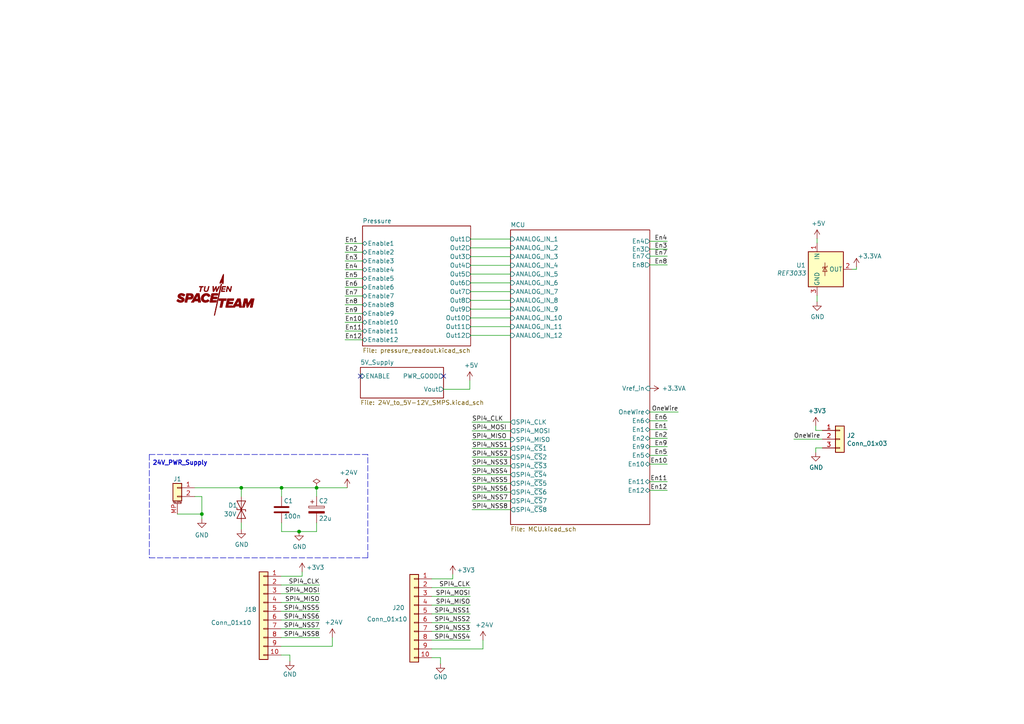
<source format=kicad_sch>
(kicad_sch (version 20211123) (generator eeschema)
  (paper "A4")
  (title_block (title "IOB V3") (date "2022-11-19") (company "TUST") (comment 1 "Nathan Runggaldier"))
  (lib_symbols
    (symbol "Connector_Generic:Conn_01x03" (pin_names (offset 1.016) hide)
      (property "Reference" "J" (at 0 5.08 0))
      (property "Value" "Conn_01x03" (at 0 -5.08 0))
      (symbol "Conn_01x03_1_1"
        (rectangle (start -1.27 -2.413) (end 0 -2.667) (stroke (width 0.1524)))
        (rectangle (start -1.27 0.127) (end 0 -0.127) (stroke (width 0.1524)))
        (rectangle (start -1.27 2.667) (end 0 2.413) (stroke (width 0.1524)))
        (rectangle (start -1.27 3.81) (end 1.27 -3.81) (stroke (width 0.254)) (fill (type background)))
        (pin passive line (at -5.08 2.54 0) (length 3.81) (name "Pin_1") (number "1"))
        (pin passive line (at -5.08 0 0) (length 3.81) (name "Pin_2") (number "2"))
        (pin passive line (at -5.08 -2.54 0) (length 3.81) (name "Pin_3") (number "3"))
      )
    )
    (symbol "Connector_Generic:Conn_01x10" (pin_names (offset 1.016) hide)
      (property "Reference" "J" (at 0 12.7 0))
      (property "Value" "Conn_01x10" (at 0 -15.24 0))
      (symbol "Conn_01x10_1_1"
        (rectangle (start -1.27 -12.573) (end 0 -12.827) (stroke (width 0.1524)))
        (rectangle (start -1.27 -10.033) (end 0 -10.287) (stroke (width 0.1524)))
        (rectangle (start -1.27 -7.493) (end 0 -7.747) (stroke (width 0.1524)))
        (rectangle (start -1.27 -4.953) (end 0 -5.207) (stroke (width 0.1524)))
        (rectangle (start -1.27 -2.413) (end 0 -2.667) (stroke (width 0.1524)))
        (rectangle (start -1.27 0.127) (end 0 -0.127) (stroke (width 0.1524)))
        (rectangle (start -1.27 2.667) (end 0 2.413) (stroke (width 0.1524)))
        (rectangle (start -1.27 5.207) (end 0 4.953) (stroke (width 0.1524)))
        (rectangle (start -1.27 7.747) (end 0 7.493) (stroke (width 0.1524)))
        (rectangle (start -1.27 10.287) (end 0 10.033) (stroke (width 0.1524)))
        (rectangle (start -1.27 11.43) (end 1.27 -13.97) (stroke (width 0.254)) (fill (type background)))
        (pin passive line (at -5.08 10.16 0) (length 3.81) (name "Pin_1") (number "1"))
        (pin passive line (at -5.08 -12.7 0) (length 3.81) (name "Pin_10") (number "10"))
        (pin passive line (at -5.08 7.62 0) (length 3.81) (name "Pin_2") (number "2"))
        (pin passive line (at -5.08 5.08 0) (length 3.81) (name "Pin_3") (number "3"))
        (pin passive line (at -5.08 2.54 0) (length 3.81) (name "Pin_4") (number "4"))
        (pin passive line (at -5.08 0 0) (length 3.81) (name "Pin_5") (number "5"))
        (pin passive line (at -5.08 -2.54 0) (length 3.81) (name "Pin_6") (number "6"))
        (pin passive line (at -5.08 -5.08 0) (length 3.81) (name "Pin_7") (number "7"))
        (pin passive line (at -5.08 -7.62 0) (length 3.81) (name "Pin_8") (number "8"))
        (pin passive line (at -5.08 -10.16 0) (length 3.81) (name "Pin_9") (number "9"))
      )
    )
    (symbol "Connector_Generic_MountingPin:Conn_01x02_MountingPin" (pin_names (offset 1.016) hide)
      (property "Reference" "J" (at 0 2.54 0))
      (property "Value" "Conn_01x02_MountingPin" (at 1.27 -5.08 0))
      (symbol "Conn_01x02_MountingPin_1_1"
        (rectangle (start -1.27 -2.413) (end 0 -2.667) (stroke (width 0.1524)))
        (rectangle (start -1.27 0.127) (end 0 -0.127) (stroke (width 0.1524)))
        (rectangle (start -1.27 1.27) (end 1.27 -3.81) (stroke (width 0.254)) (fill (type background)))
        (polyline (pts (xy -1.016 -4.572) (xy 1.016 -4.572)) (stroke (width 0.1524)))
        (text "Mounting" (at 0 -4.191 0) (effects (font (size 0.381 0.381))))
        (pin passive line (at -5.08 0 0) (length 3.81) (name "Pin_1") (number "1"))
        (pin passive line (at -5.08 -2.54 0) (length 3.81) (name "Pin_2") (number "2"))
        (pin passive line (at 0 -7.62 90) (length 3.048) (name "MountPin") (number "MP"))
      )
    )
    (symbol "Device:C" (pin_numbers hide) (pin_names (offset 0.254))
      (property "Reference" "C" (at 0.635 2.54 0))
      (property "Value" "C" (at 0.635 -2.54 0))
      (symbol "C_0_1"
        (polyline (pts (xy -2.032 -0.762) (xy 2.032 -0.762)) (stroke (width 0.508)))
        (polyline (pts (xy -2.032 0.762) (xy 2.032 0.762)) (stroke (width 0.508)))
      )
      (symbol "C_1_1"
        (pin passive line (at 0 3.81 270) (length 2.794) (name "~") (number "1"))
        (pin passive line (at 0 -3.81 90) (length 2.794) (name "~") (number "2"))
      )
    )
    (symbol "Device:CP" (pin_numbers hide) (pin_names (offset 0.254))
      (property "Reference" "C" (at 0.635 2.54 0))
      (property "Value" "CP" (at 0.635 -2.54 0))
      (symbol "CP_0_1"
        (rectangle (start -2.286 0.508) (end 2.286 1.016))
        (polyline (pts (xy -1.778 2.286) (xy -0.762 2.286)))
        (polyline (pts (xy -1.27 2.794) (xy -1.27 1.778)))
        (rectangle (start 2.286 -0.508) (end -2.286 -1.016) (fill (type outline)))
      )
      (symbol "CP_1_1"
        (pin passive line (at 0 3.81 270) (length 2.794) (name "~") (number "1"))
        (pin passive line (at 0 -3.81 90) (length 2.794) (name "~") (number "2"))
      )
    )
    (symbol "Device:D_TVS" (pin_numbers hide) (pin_names (offset 1.016) hide)
      (property "Reference" "D" (at 0 2.54 0))
      (property "Value" "D_TVS" (at 0 -2.54 0))
      (symbol "D_TVS_0_1"
        (polyline (pts (xy 1.27 0) (xy -1.27 0)))
        (polyline (pts (xy -2.54 -1.27) (xy 0 0) (xy -2.54 1.27) (xy -2.54 -1.27)) (stroke (width 0.2032)))
        (polyline (pts (xy 0.508 1.27) (xy 0 1.27) (xy 0 -1.27) (xy -0.508 -1.27)) (stroke (width 0.2032)))
        (polyline (pts (xy 2.54 1.27) (xy 2.54 -1.27) (xy 0 0) (xy 2.54 1.27)) (stroke (width 0.2032)))
      )
      (symbol "D_TVS_1_1"
        (pin passive line (at -3.81 0 0) (length 2.54) (name "A1") (number "1"))
        (pin passive line (at 3.81 0 180) (length 2.54) (name "A2") (number "2"))
      )
    )
    (symbol "Reference_Voltage:REF3033" (pin_names (offset 0.254))
      (property "Reference" "U" (at 0 6.35 0))
      (property "Value" "REF3033" (at 2.54 -6.35 0))
      (symbol "REF3033_0_1"
        (rectangle (start -5.08 5.08) (end 5.08 -5.08) (stroke (width 0.254)) (fill (type background)))
        (polyline (pts (xy -0.254 1.905) (xy -0.254 -1.905)))
        (polyline (pts (xy -0.889 -0.635) (xy 0.381 -0.635) (xy -0.254 0.635) (xy -0.889 -0.635)))
        (polyline (pts (xy 0.381 1.016) (xy 0.381 0.635) (xy -0.889 0.635) (xy -0.889 0.254)))
      )
      (symbol "REF3033_1_1"
        (pin power_in line (at -2.54 7.62 270) (length 2.54) (name "IN") (number "1"))
        (pin power_out line (at 7.62 0 180) (length 2.54) (name "OUT") (number "2"))
        (pin power_in line (at -2.54 -7.62 90) (length 2.54) (name "GND") (number "3"))
      )
    )
    (symbol "TXV_Library_Symbols:SpaceTeam_LOGO" (pin_names (offset 1.016))
      (symbol "SpaceTeam_LOGO_0_0"
        (polyline (pts (xy -4.2672 0.889) (xy -4.191 1.1176) (xy -4.1656 1.3208) (xy -4.1656 1.3462) (xy -4.0894 1.6256) (xy -4.0386 1.8542) (xy -4.0132 2.0066) (xy -3.9624 2.0828) (xy -3.937 2.1336) (xy -3.8862 2.159) (xy -3.81 2.1844) (xy -3.6068 2.1844) (xy -3.5306 2.2098) (xy -3.4798 2.2606) (xy -3.4798 2.3368) (xy -3.4544 2.4638) (xy -4.064 2.4384) (xy -4.6736 2.4384) (xy -4.699 2.3114) (xy -4.699 2.2352) (xy -4.6736 2.1844) (xy -4.2672 2.1844) (xy -4.3942 1.5748) (xy -4.3942 1.5494) (xy -4.445 1.3208) (xy -4.4958 1.143) (xy -4.5212 0.9906) (xy -4.5212 0.9144) (xy -4.4958 0.8636) (xy -4.3942 0.8382) (xy -4.2926 0.8382) (xy -4.2672 0.889)) (stroke (width 0.0254)) (fill (type outline)))
        (polyline (pts (xy 2.7178 1.1176) (xy 2.0574 1.1176) (xy 2.0066 1.1684) (xy 2.0066 1.3716) (xy 2.0574 1.524) (xy 2.794 1.524) (xy 2.8448 1.5494) (xy 2.8702 1.6002) (xy 2.8702 1.7018) (xy 2.8448 1.7272) (xy 2.794 1.7526) (xy 2.1082 1.7526) (xy 2.1336 1.905) (xy 2.159 2.032) (xy 2.1844 2.1082) (xy 2.1844 2.1336) (xy 2.2606 2.159) (xy 2.3876 2.159) (xy 2.5908 2.1844) (xy 2.9718 2.1844) (xy 2.9972 2.2098) (xy 3.0226 2.2606) (xy 3.0226 2.3368) (xy 3.048 2.3876) (xy 2.9972 2.4384) (xy 1.9558 2.4384) (xy 1.8034 1.7526) (xy 1.7272 1.3716) (xy 1.7018 1.1684) (xy 1.6256 0.9398) (xy 1.6256 0.889) (xy 1.6764 0.8382) (xy 2.7178 0.8382) (xy 2.7178 1.1176)) (stroke (width 0.0254)) (fill (type outline)))
        (polyline (pts (xy 2.2352 3.0988) (xy 2.286 3.2258) (xy 2.3368 3.429) (xy 2.3622 3.7084) (xy 2.3622 4.5212) (xy 2.3876 4.826) (xy 2.413 5.08) (xy 2.413 5.207) (xy 2.4384 5.4864) (xy 2.4384 5.6896) (xy 2.413 5.8674) (xy 2.3876 5.969) (xy 2.3368 5.9944) (xy 2.3114 5.969) (xy 2.159 5.7404) (xy 2.0828 5.5372) (xy 1.9812 5.334) (xy 1.905 5.1308) (xy 1.8542 4.9276) (xy 1.8288 4.9022) (xy 1.778 4.699) (xy 1.5748 4.2926) (xy 1.4732 4.1148) (xy 1.397 3.9116) (xy 1.3208 3.7338) (xy 1.27 3.5306) (xy 1.2446 3.3782) (xy 1.2446 3.2766) (xy 1.2954 3.2258) (xy 1.4478 3.302) (xy 1.5748 3.3782) (xy 1.778 3.4798) (xy 1.8034 3.5052) (xy 1.905 3.4036) (xy 1.9812 3.2766) (xy 2.0574 3.175) (xy 2.1336 3.0988) (xy 2.1844 3.0734) (xy 2.2352 3.0988)) (stroke (width 0.0254)) (fill (type outline)))
        (polyline (pts (xy 1.905 -3.7084) (xy 1.9558 -3.683) (xy 1.9812 -3.5814) (xy 2.0066 -3.429) (xy 2.0574 -3.2258) (xy 2.1082 -2.9718) (xy 2.1844 -2.6924) (xy 2.3876 -1.7526) (xy 2.9972 -1.7526) (xy 3.0734 -1.7272) (xy 3.1242 -1.6256) (xy 3.1496 -1.4986) (xy 3.2004 -1.3462) (xy 3.2004 -1.3208) (xy 3.2258 -1.1938) (xy 3.2258 -1.143) (xy 3.1242 -1.1176) (xy 1.0668 -1.1176) (xy 1.016 -1.3716) (xy 1.016 -1.4224) (xy 0.9906 -1.6002) (xy 0.9906 -1.6764) (xy 1.0414 -1.7272) (xy 1.143 -1.7526) (xy 1.524 -1.7526) (xy 1.6256 -1.778) (xy 1.651 -1.8034) (xy 1.651 -1.8542) (xy 1.6256 -1.9558) (xy 1.5748 -2.1082) (xy 1.4732 -2.5654) (xy 1.3716 -3.0734) (xy 1.3208 -3.302) (xy 1.2954 -3.4798) (xy 1.27 -3.6322) (xy 1.2446 -3.683) (xy 1.27 -3.7084) (xy 1.3462 -3.7338) (xy 1.778 -3.7338) (xy 1.905 -3.7084)) (stroke (width 0.0254)) (fill (type outline)))
        (polyline (pts (xy -6.1468 -2.0574) (xy -6.0198 -1.8542) (xy -5.1562 -1.8542) (xy -5.0546 -1.8796) (xy -5.0038 -1.9304) (xy -4.9784 -2.0066) (xy -4.9784 -2.2606) (xy -4.3942 -2.2606) (xy -4.2926 -2.2352) (xy -4.2418 -2.2352) (xy -4.2418 -2.159) (xy -4.2672 -2.0066) (xy -4.2926 -1.8034) (xy -4.3434 -1.5494) (xy -4.3942 -1.2446) (xy -4.445 -0.9144) (xy -4.6482 0.381) (xy -5.5118 0.381) (xy -6.1976 -0.762) (xy -6.223 -0.8128) (xy -6.4008 -1.1176) (xy -6.4516 -1.2192) (xy -5.6642 -1.2192) (xy -5.6642 -1.1938) (xy -5.5372 -0.9398) (xy -5.4356 -0.762) (xy -5.1816 -0.3048) (xy -5.1562 -0.6096) (xy -5.1308 -0.7366) (xy -5.1054 -0.9398) (xy -5.08 -1.0668) (xy -5.0546 -1.2446) (xy -5.6388 -1.2446) (xy -5.6642 -1.2192) (xy -6.4516 -1.2192) (xy -6.5532 -1.397) (xy -6.7056 -1.651) (xy -6.8326 -1.8542) (xy -6.9342 -2.0066) (xy -6.9596 -2.0828) (xy -7.0612 -2.2606) (xy -6.2484 -2.2606) (xy -6.1468 -2.0574)) (stroke (width 0.0254)) (fill (type outline)))
        (polyline (pts (xy -0.508 2.4638) (xy -0.6858 2.4384) (xy -0.8382 2.4384) (xy -0.8128 2.1844) (xy -0.8128 2.0828) (xy -0.762 1.6256) (xy -0.762 1.3716) (xy -0.7112 0.8382) (xy -0.5334 0.8382) (xy -0.4318 0.889) (xy -0.3556 0.9906) (xy -0.2794 1.1176) (xy -0.1778 1.3462) (xy 0 1.7018) (xy 0.0762 1.8034) (xy 0.1016 1.8542) (xy 0.127 1.8288) (xy 0.127 1.7272) (xy 0.1524 1.5494) (xy 0.1524 1.3462) (xy 0.1778 0.8636) (xy 0.3048 0.8382) (xy 0.4572 0.8382) (xy 0.8636 1.6256) (xy 1.0922 2.0828) (xy 1.1684 2.2606) (xy 1.2192 2.3876) (xy 1.2446 2.4384) (xy 1.016 2.4384) (xy 0.9652 2.413) (xy 0.9144 2.3622) (xy 0.7874 2.1082) (xy 0.6604 1.8796) (xy 0.381 1.3208) (xy 0.3556 1.8796) (xy 0.3302 2.1082) (xy 0.3302 2.286) (xy 0.3048 2.3876) (xy 0.2794 2.4384) (xy 0.127 2.4384) (xy 0.0762 2.3876) (xy 0.0254 2.286) (xy -0.0762 2.1082) (xy -0.2032 1.8796) (xy -0.4826 1.3462) (xy -0.4826 1.8796) (xy -0.508 2.4638)) (stroke (width 0.0254)) (fill (type outline)))
        (polyline (pts (xy -2.5146 0.8636) (xy -2.3114 0.9398) (xy -2.1844 1.0414) (xy -2.1082 1.1684) (xy -2.0828 1.2446) (xy -2.032 1.3716) (xy -1.9304 1.778) (xy -1.8796 2.0066) (xy -1.8288 2.1844) (xy -1.8034 2.3368) (xy -1.8034 2.413) (xy -1.8288 2.4384) (xy -2.0066 2.4384) (xy -2.0574 2.413) (xy -2.0828 2.3368) (xy -2.1082 2.2098) (xy -2.159 2.0066) (xy -2.2352 1.7272) (xy -2.286 1.524) (xy -2.3368 1.3716) (xy -2.3622 1.27) (xy -2.413 1.2192) (xy -2.4892 1.1684) (xy -2.5908 1.0922) (xy -2.7686 1.0668) (xy -2.921 1.1176) (xy -3.0226 1.2446) (xy -3.048 1.3208) (xy -3.048 1.4986) (xy -3.0226 1.651) (xy -2.9718 1.8796) (xy -2.9464 2.032) (xy -2.8956 2.2352) (xy -2.8702 2.3622) (xy -2.8702 2.413) (xy -2.8956 2.4384) (xy -3.1242 2.4384) (xy -3.1496 2.3876) (xy -3.175 2.2606) (xy -3.2004 2.1082) (xy -3.2512 1.8796) (xy -3.2766 1.7272) (xy -3.3274 1.4732) (xy -3.3274 1.27) (xy -3.302 1.1176) (xy -3.2258 1.016) (xy -3.1242 0.9144) (xy -2.9464 0.8636) (xy -2.7432 0.8382) (xy -2.5146 0.8636)) (stroke (width 0.0254)) (fill (type outline)))
        (polyline (pts (xy 3.3528 0.8636) (xy 3.4544 1.397) (xy 3.5052 1.6256) (xy 3.556 1.778) (xy 3.5814 1.905) (xy 3.6068 1.9304) (xy 3.6576 1.8796) (xy 3.7084 1.7526) (xy 3.9878 1.1938) (xy 4.064 1.016) (xy 4.1402 0.9144) (xy 4.191 0.8636) (xy 4.2418 0.8382) (xy 4.4196 0.8382) (xy 4.5974 1.6002) (xy 4.6228 1.8034) (xy 4.6736 2.0574) (xy 4.7244 2.2352) (xy 4.7498 2.3622) (xy 4.7498 2.413) (xy 4.7244 2.4384) (xy 4.5466 2.4384) (xy 4.4958 2.413) (xy 4.4704 2.3368) (xy 4.445 2.2098) (xy 4.3942 2.0066) (xy 4.3688 1.8796) (xy 4.318 1.6764) (xy 4.2926 1.524) (xy 4.2672 1.4224) (xy 4.2418 1.3716) (xy 4.2164 1.3716) (xy 4.191 1.397) (xy 4.1402 1.4732) (xy 4.064 1.651) (xy 3.9624 1.8796) (xy 3.9116 1.9558) (xy 3.7338 2.3114) (xy 3.683 2.3876) (xy 3.6576 2.4384) (xy 3.4036 2.4384) (xy 3.2512 1.7272) (xy 3.2258 1.6256) (xy 3.175 1.3716) (xy 3.1242 1.1684) (xy 3.0988 1.016) (xy 3.0734 0.9398) (xy 3.0734 0.8636) (xy 3.0988 0.8382) (xy 3.2004 0.8382) (xy 3.3528 0.8636)) (stroke (width 0.0254)) (fill (type outline)))
        (polyline (pts (xy -0.1778 -6.0198) (xy -0.1524 -5.9182) (xy -0.127 -5.7404) (xy -0.0508 -5.4864) (xy 0 -5.1816) (xy 0.1016 -4.8006) (xy 0.2032 -4.3434) (xy 0.3048 -3.8608) (xy 0.4318 -3.3274) (xy 0.5588 -2.7686) (xy 0.6858 -2.159) (xy 0.8382 -1.5494) (xy 0.9144 -1.1938) (xy 1.0414 -0.5842) (xy 1.1938 0.0254) (xy 1.3208 0.5588) (xy 1.4224 1.0668) (xy 1.524 1.5494) (xy 1.6256 1.9558) (xy 1.7018 2.3114) (xy 1.7526 2.5908) (xy 1.8034 2.8194) (xy 1.8288 2.9464) (xy 1.8542 2.9972) (xy 1.8542 3.048) (xy 1.778 3.1496) (xy 1.7526 3.1496) (xy 1.7272 3.175) (xy 1.6764 3.175) (xy 1.651 3.1242) (xy 1.6002 3.0734) (xy 1.5748 2.9718) (xy 1.524 2.8448) (xy 1.4732 2.6416) (xy 1.4224 2.413) (xy 1.3462 2.1336) (xy 1.27 1.8034) (xy 1.1938 1.3716) (xy 1.0922 0.9144) (xy 0.9652 0.3556) (xy 0.8382 -0.2794) (xy 0.6858 -1.016) (xy 0.5588 -1.5748) (xy 0.3048 -2.7432) (xy 0.2032 -3.2766) (xy 0.0762 -3.7846) (xy -0.0254 -4.2418) (xy -0.1016 -4.6482) (xy -0.1778 -4.9784) (xy -0.2286 -5.2578) (xy -0.3048 -5.5626) (xy -0.4064 -6.0452) (xy -0.2286 -6.0452) (xy -0.1778 -6.0198)) (stroke (width 0.0254)) (fill (type outline)))
        (polyline (pts (xy 0.254 -2.2352) (xy 0.2794 -2.1336) (xy 0.2794 -2.1082) (xy 0.3048 -1.9812) (xy 0.3556 -1.8288) (xy 0.381 -1.651) (xy -0.8382 -1.651) (xy -0.8128 -1.4986) (xy -0.7874 -1.4478) (xy -0.762 -1.3462) (xy -0.762 -1.27) (xy -0.6858 -1.27) (xy -0.5588 -1.2446) (xy 0.4572 -1.2446) (xy 0.5588 -0.7366) (xy 0.5588 -0.6858) (xy 0.508 -0.6604) (xy 0.381 -0.6604) (xy 0.2032 -0.635) (xy -0.6096 -0.635) (xy -0.5588 -0.381) (xy -0.5588 -0.2794) (xy -0.5334 -0.254) (xy -0.4826 -0.254) (xy -0.3556 -0.2286) (xy 0.4826 -0.2286) (xy 0.6096 -0.2032) (xy 0.6604 -0.1778) (xy 0.7112 -0.127) (xy 0.7366 -0.0508) (xy 0.762 0.0762) (xy 0.8128 0.2794) (xy 0.8128 0.3302) (xy 0.7874 0.3556) (xy 0.6096 0.3556) (xy 0.4318 0.381) (xy -0.7366 0.381) (xy -0.889 0.3556) (xy -1.016 0.3556) (xy -1.0668 0.3302) (xy -1.1176 0.3302) (xy -1.1176 0.2794) (xy -1.1938 0.0508) (xy -1.2192 -0.1778) (xy -1.2954 -0.4318) (xy -1.3462 -0.7112) (xy -1.4224 -0.9906) (xy -1.4732 -1.2954) (xy -1.5748 -1.8034) (xy -1.6256 -2.0066) (xy -1.651 -2.1336) (xy -1.651 -2.2098) (xy -1.6256 -2.2352) (xy -1.5494 -2.2352) (xy -1.4478 -2.2606) (xy -0.7112 -2.2606) (xy 0.254 -2.2352)) (stroke (width 0.0254)) (fill (type outline)))
        (polyline (pts (xy -8.1534 -1.905) (xy -8.1534 -1.8542) (xy -8.1026 -1.7018) (xy -8.0772 -1.5494) (xy -8.0518 -1.4732) (xy -8.0518 -1.4478) (xy -8.001 -1.4224) (xy -7.9248 -1.397) (xy -7.7978 -1.3716) (xy -7.3406 -1.3716) (xy -7.112 -1.3462) (xy -6.9088 -1.2954) (xy -6.7564 -1.2192) (xy -6.6294 -1.0922) (xy -6.604 -1.0922) (xy -6.4516 -0.8636) (xy -6.35 -0.6096) (xy -6.3246 -0.381) (xy -6.3754 -0.127) (xy -6.5024 0.0762) (xy -6.6802 0.254) (xy -6.731 0.254) (xy -6.7818 0.3048) (xy -6.858 0.3302) (xy -6.9596 0.3302) (xy -7.112 0.3556) (xy -8.382 0.3556) (xy -8.5852 -0.7366) (xy -7.8994 -0.7366) (xy -7.874 -0.6858) (xy -7.8486 -0.5588) (xy -7.8232 -0.4064) (xy -7.7978 -0.2286) (xy -7.4676 -0.2286) (xy -7.2644 -0.254) (xy -7.1374 -0.3302) (xy -7.0612 -0.4318) (xy -7.0612 -0.5588) (xy -7.1628 -0.6604) (xy -7.239 -0.7112) (xy -7.366 -0.762) (xy -7.5692 -0.762) (xy -7.6962 -0.7874) (xy -7.8232 -0.7874) (xy -7.874 -0.762) (xy -7.8994 -0.7366) (xy -8.5852 -0.7366) (xy -8.636 -0.8636) (xy -8.636 -0.889) (xy -8.7884 -1.4986) (xy -8.8392 -1.7526) (xy -8.8646 -1.9812) (xy -8.89 -2.1082) (xy -8.9154 -2.1844) (xy -8.89 -2.2098) (xy -8.8392 -2.2352) (xy -8.7376 -2.2606) (xy -8.2296 -2.2606) (xy -8.1534 -1.905)) (stroke (width 0.0254)) (fill (type outline)))
        (polyline (pts (xy -9.8298 -2.2606) (xy -9.525 -2.1844) (xy -9.2964 -2.032) (xy -9.1186 -1.8542) (xy -8.9916 -1.6002) (xy -8.9916 -1.5748) (xy -8.9662 -1.3462) (xy -9.0424 -1.143) (xy -9.1694 -0.9652) (xy -9.398 -0.8128) (xy -10.1092 -0.4572) (xy -10.1854 -0.4064) (xy -10.1854 -0.3556) (xy -10.1346 -0.2794) (xy -10.0584 -0.2286) (xy -9.8806 -0.2286) (xy -9.6774 -0.254) (xy -9.2202 -0.4826) (xy -9.1694 -0.4826) (xy -9.0932 -0.4064) (xy -8.9662 -0.3048) (xy -8.8646 -0.1778) (xy -8.8138 -0.0762) (xy -8.763 -0.0254) (xy -8.7884 0) (xy -8.8646 0.0508) (xy -8.9916 0.127) (xy -9.2202 0.2794) (xy -9.525 0.3556) (xy -9.8298 0.4064) (xy -10.1092 0.381) (xy -10.3632 0.3048) (xy -10.5918 0.1778) (xy -10.7696 0.0254) (xy -10.8712 -0.2032) (xy -10.922 -0.4318) (xy -10.922 -0.4826) (xy -10.8712 -0.6858) (xy -10.795 -0.8382) (xy -10.6426 -0.9906) (xy -10.414 -1.1176) (xy -10.1092 -1.2446) (xy -9.906 -1.3208) (xy -9.779 -1.4224) (xy -9.7282 -1.4986) (xy -9.7536 -1.5748) (xy -9.8806 -1.651) (xy -9.9822 -1.6764) (xy -10.2108 -1.651) (xy -10.4394 -1.5748) (xy -10.668 -1.4478) (xy -10.8966 -1.2954) (xy -11.0744 -1.524) (xy -11.176 -1.6256) (xy -11.2522 -1.778) (xy -11.2522 -1.8288) (xy -11.1506 -1.9304) (xy -11.0236 -2.032) (xy -10.8204 -2.1082) (xy -10.6172 -2.2098) (xy -10.414 -2.2606) (xy -10.1346 -2.286) (xy -9.8298 -2.2606)) (stroke (width 0.0254)) (fill (type outline)))
        (polyline (pts (xy -2.5146 -2.2352) (xy -2.2606 -2.159) (xy -2.159 -2.1082) (xy -2.0066 -2.0066) (xy -1.8796 -1.905) (xy -1.778 -1.8034) (xy -1.7526 -1.7272) (xy -1.8542 -1.6256) (xy -1.9558 -1.5494) (xy -2.0828 -1.4732) (xy -2.1844 -1.397) (xy -2.2352 -1.3716) (xy -2.2606 -1.397) (xy -2.3114 -1.4224) (xy -2.413 -1.4986) (xy -2.6162 -1.6002) (xy -2.8194 -1.651) (xy -3.0226 -1.6256) (xy -3.2004 -1.524) (xy -3.3528 -1.397) (xy -3.429 -1.1938) (xy -3.429 -0.9906) (xy -3.3782 -0.762) (xy -3.2512 -0.5588) (xy -3.0734 -0.381) (xy -2.8956 -0.2794) (xy -2.6924 -0.2286) (xy -2.5908 -0.2286) (xy -2.4384 -0.2794) (xy -2.3114 -0.3556) (xy -2.2098 -0.4318) (xy -2.1844 -0.508) (xy -2.1082 -0.5842) (xy -2.0574 -0.6096) (xy -1.9558 -0.5842) (xy -1.651 -0.4826) (xy -1.524 -0.4318) (xy -1.4478 -0.4064) (xy -1.4478 -0.3302) (xy -1.4986 -0.2286) (xy -1.6002 -0.1016) (xy -1.7272 0.0508) (xy -1.8796 0.1778) (xy -2.0574 0.2794) (xy -2.159 0.3302) (xy -2.286 0.3556) (xy -2.4384 0.381) (xy -2.9718 0.381) (xy -3.1242 0.3302) (xy -3.302 0.254) (xy -3.429 0.2032) (xy -3.683 0) (xy -3.9116 -0.2286) (xy -4.064 -0.508) (xy -4.1402 -0.7874) (xy -4.191 -1.0922) (xy -4.1656 -1.3716) (xy -4.064 -1.651) (xy -3.8862 -1.8796) (xy -3.6576 -2.0828) (xy -3.6322 -2.1082) (xy -3.4544 -2.1844) (xy -3.0988 -2.286) (xy -2.8194 -2.286) (xy -2.5146 -2.2352)) (stroke (width 0.0254)) (fill (type outline)))
        (polyline (pts (xy 8.4836 -3.7084) (xy 8.636 -3.048) (xy 8.6868 -2.7686) (xy 8.7376 -2.54) (xy 8.763 -2.413) (xy 8.7884 -2.3114) (xy 8.8138 -2.2606) (xy 8.8138 -2.286) (xy 8.8392 -2.3114) (xy 8.8392 -2.3368) (xy 8.8646 -2.4384) (xy 8.89 -2.5908) (xy 8.9408 -2.8194) (xy 8.9662 -3.048) (xy 9.0678 -3.7338) (xy 9.4234 -3.7338) (xy 9.8552 -2.9718) (xy 9.8806 -2.9464) (xy 10.0076 -2.7178) (xy 10.1346 -2.5146) (xy 10.2362 -2.3622) (xy 10.3124 -2.2606) (xy 10.3378 -2.2352) (xy 10.3124 -2.3368) (xy 10.287 -2.4892) (xy 10.2362 -2.6924) (xy 10.1854 -2.921) (xy 10.16 -3.048) (xy 10.1092 -3.2766) (xy 10.0584 -3.4798) (xy 10.033 -3.6068) (xy 10.033 -3.683) (xy 10.0584 -3.7084) (xy 10.1854 -3.7338) (xy 10.6426 -3.7338) (xy 10.7188 -3.7084) (xy 10.7442 -3.6576) (xy 10.7696 -3.5814) (xy 10.795 -3.4036) (xy 10.8458 -3.2004) (xy 10.8966 -2.9464) (xy 10.9728 -2.667) (xy 11.0236 -2.3622) (xy 11.0744 -2.0828) (xy 11.1506 -1.8034) (xy 11.2014 -1.5748) (xy 11.2268 -1.3716) (xy 11.2522 -1.2446) (xy 11.2776 -1.1684) (xy 11.2268 -1.143) (xy 11.1506 -1.1176) (xy 10.3124 -1.1176) (xy 9.906 -1.8034) (xy 9.4742 -2.4892) (xy 9.271 -1.1176) (xy 8.3312 -1.1176) (xy 8.0772 -2.3114) (xy 8.001 -2.6416) (xy 7.9248 -2.9464) (xy 7.874 -3.2004) (xy 7.8232 -3.4036) (xy 7.7978 -3.556) (xy 7.7724 -3.6322) (xy 7.7724 -3.7084) (xy 7.8232 -3.7338) (xy 8.1026 -3.7338) (xy 8.4836 -3.7084)) (stroke (width 0.0254)) (fill (type outline)))
        (polyline (pts (xy 5.6642 -3.7084) (xy 5.7404 -3.5306) (xy 5.842 -3.3782) (xy 6.8834 -3.3782) (xy 6.9342 -3.7338) (xy 7.6708 -3.7338) (xy 7.6454 -3.6068) (xy 7.6454 -3.5814) (xy 7.62 -3.4544) (xy 7.5946 -3.2766) (xy 7.5438 -3.0226) (xy 7.5184 -2.7432) (xy 7.4676 -2.4384) (xy 7.4422 -2.3114) (xy 7.3914 -2.0066) (xy 7.3406 -1.7272) (xy 7.3152 -1.4986) (xy 7.2898 -1.3462) (xy 7.2644 -1.2446) (xy 7.239 -1.1176) (xy 6.3754 -1.1176) (xy 5.6896 -2.286) (xy 5.6388 -2.3876) (xy 5.461 -2.6924) (xy 5.4356 -2.7432) (xy 6.1976 -2.7432) (xy 6.223 -2.6924) (xy 6.2738 -2.5654) (xy 6.35 -2.4384) (xy 6.4516 -2.2606) (xy 6.5532 -2.1082) (xy 6.6294 -1.9812) (xy 6.6802 -1.905) (xy 6.7056 -1.8796) (xy 6.731 -1.9558) (xy 6.7564 -2.0828) (xy 6.7564 -2.286) (xy 6.7818 -2.4638) (xy 6.8072 -2.5908) (xy 6.8326 -2.6924) (xy 6.8326 -2.7432) (xy 6.7818 -2.7432) (xy 6.6802 -2.7686) (xy 6.223 -2.7686) (xy 6.1976 -2.7432) (xy 5.4356 -2.7432) (xy 5.2832 -2.9464) (xy 5.1562 -3.2004) (xy 5.0292 -3.3782) (xy 4.953 -3.5052) (xy 4.9022 -3.5814) (xy 4.8768 -3.6322) (xy 4.8514 -3.6322) (xy 4.8768 -3.556) (xy 4.9022 -3.429) (xy 4.9276 -3.2766) (xy 4.953 -3.1496) (xy 3.7338 -3.1496) (xy 3.7592 -2.9718) (xy 3.7846 -2.9464) (xy 3.81 -2.8194) (xy 3.81 -2.7686) (xy 3.8354 -2.7432) (xy 4.0132 -2.7432) (xy 4.2164 -2.7178) (xy 5.0292 -2.7178) (xy 5.1054 -2.3368) (xy 5.1308 -2.2352) (xy 5.1308 -2.159) (xy 5.08 -2.1336) (xy 4.5466 -2.1336) (xy 4.5212 -2.1082) (xy 4.0132 -2.1082) (xy 3.9878 -2.0828) (xy 3.9878 -2.0066) (xy 4.0132 -1.905) (xy 4.0386 -1.7526) (xy 5.2578 -1.7526) (xy 5.334 -1.3716) (xy 5.3848 -1.2446) (xy 5.3848 -1.143) (xy 5.334 -1.1176) (xy 3.556 -1.1176) (xy 3.4544 -1.1684) (xy 3.4544 -1.1938) (xy 3.3782 -1.4224) (xy 3.3528 -1.651) (xy 3.2766 -1.905) (xy 3.2258 -2.1844) (xy 3.1496 -2.4638) (xy 3.0988 -2.7686) (xy 3.048 -3.048) (xy 2.9972 -3.2766) (xy 2.9464 -3.4798) (xy 2.921 -3.6068) (xy 2.921 -3.683) (xy 2.9718 -3.7084) (xy 3.048 -3.7084) (xy 3.1496 -3.7338) (xy 4.2926 -3.7338) (xy 5.6642 -3.7084)) (stroke (width 0.0254)) (fill (type outline)))
      )
    )
    (symbol "power:+24V" (power) (pin_names (offset 0))
      (property "Value" "+24V" (at 0 3.556 0))
      (symbol "+24V_0_1"
        (polyline (pts (xy -0.762 1.27) (xy 0 2.54)))
        (polyline (pts (xy 0 0) (xy 0 2.54)))
        (polyline (pts (xy 0 2.54) (xy 0.762 1.27)))
      )
      (symbol "+24V_1_1"
        (pin power_in line (at 0 0 90) (length 0) hide (name "+24V") (number "1"))
      )
    )
    (symbol "power:+3.3V" (power) (pin_names (offset 0))
      (property "Value" "+3.3V" (at 0 3.556 0))
      (symbol "+3.3V_0_1"
        (polyline (pts (xy -0.762 1.27) (xy 0 2.54)))
        (polyline (pts (xy 0 0) (xy 0 2.54)))
        (polyline (pts (xy 0 2.54) (xy 0.762 1.27)))
      )
      (symbol "+3.3V_1_1"
        (pin power_in line (at 0 0 90) (length 0) hide (name "+3V3") (number "1"))
      )
    )
    (symbol "power:+3.3VA" (power) (pin_names (offset 0))
      (property "Value" "+3.3VA" (at 0 3.556 0))
      (symbol "+3.3VA_0_1"
        (polyline (pts (xy -0.762 1.27) (xy 0 2.54)))
        (polyline (pts (xy 0 0) (xy 0 2.54)))
        (polyline (pts (xy 0 2.54) (xy 0.762 1.27)))
      )
      (symbol "+3.3VA_1_1"
        (pin power_in line (at 0 0 90) (length 0) hide (name "+3.3VA") (number "1"))
      )
    )
    (symbol "power:+5V" (power) (pin_names (offset 0))
      (property "Value" "+5V" (at 0 3.556 0))
      (symbol "+5V_0_1"
        (polyline (pts (xy -0.762 1.27) (xy 0 2.54)))
        (polyline (pts (xy 0 0) (xy 0 2.54)))
        (polyline (pts (xy 0 2.54) (xy 0.762 1.27)))
      )
      (symbol "+5V_1_1"
        (pin power_in line (at 0 0 90) (length 0) hide (name "+5V") (number "1"))
      )
    )
    (symbol "power:GND" (power) (pin_names (offset 0))
      (property "Value" "GND" (at 0 -3.81 0))
      (symbol "GND_0_1"
        (polyline (pts (xy 0 0) (xy 0 -1.27) (xy 1.27 -1.27) (xy 0 -2.54) (xy -1.27 -1.27) (xy 0 -1.27)))
      )
      (symbol "GND_1_1"
        (pin power_in line (at 0 0 270) (length 0) hide (name "GND") (number "1"))
      )
    )
    (symbol "power:PWR_FLAG" (power) (pin_numbers hide) (pin_names (offset 0) hide)
      (property "Value" "PWR_FLAG" (at 0 3.81 0))
      (symbol "PWR_FLAG_0_0"
        (pin power_out line (at 0 0 90) (length 0) (name "pwr") (number "1"))
      )
      (symbol "PWR_FLAG_0_1"
        (polyline (pts (xy 0 0) (xy 0 1.27) (xy -1.016 1.905) (xy 0 2.54) (xy 1.016 1.905) (xy 0 1.27)))
      )
    )
  )
  (junction (at 58.547 149.098))
  (junction (at 69.977 141.478))
  (junction (at 86.741 154.178))
  (junction (at 81.661 141.478))
  (junction (at 91.821 141.478))
  (no_connect (at 128.651 109.093))
  (no_connect (at 104.521 109.093))
  (wire (pts (xy 136.906 137.668) (xy 148.082 137.668)))
  (wire (pts (xy 81.534 187.452) (xy 96.393 187.452)))
  (wire (pts (xy 188.468 119.507) (xy 196.723 119.507)))
  (wire (pts (xy 140.081 185.674) (xy 140.081 188.214)))
  (wire (pts (xy 236.982 85.725) (xy 236.982 87.503)))
  (wire (pts (xy 92.71 179.832) (xy 81.534 179.832)))
  (wire (pts (xy 125.222 167.894) (xy 131.318 167.894)))
  (wire (pts (xy 136.906 132.588) (xy 148.082 132.588)))
  (wire (pts (xy 92.71 172.212) (xy 81.534 172.212)))
  (wire (pts (xy 136.525 79.502) (xy 148.082 79.502)))
  (wire (pts (xy 125.222 188.214) (xy 140.081 188.214)))
  (wire (pts (xy 91.821 151.638) (xy 91.821 154.178)))
  (polyline (pts (xy 43.307 161.798) (xy 106.68 161.798)))
  (wire (pts (xy 58.547 149.098) (xy 58.547 150.495)))
  (wire (pts (xy 136.525 84.582) (xy 148.082 84.582)))
  (wire (pts (xy 100.076 80.772) (xy 105.156 80.772)))
  (wire (pts (xy 81.661 154.178) (xy 86.741 154.178)))
  (wire (pts (xy 128.651 112.903) (xy 136.271 112.903)))
  (wire (pts (xy 193.548 139.7) (xy 188.468 139.7)))
  (wire (pts (xy 136.906 124.968) (xy 148.082 124.968)))
  (polyline (pts (xy 106.68 161.798) (xy 106.68 131.826)))
  (wire (pts (xy 100.076 90.932) (xy 105.156 90.932)))
  (wire (pts (xy 100.076 75.692) (xy 105.156 75.692)))
  (wire (pts (xy 58.547 144.018) (xy 58.547 149.098)))
  (wire (pts (xy 92.71 174.752) (xy 81.534 174.752)))
  (wire (pts (xy 136.398 170.434) (xy 125.222 170.434)))
  (wire (pts (xy 193.548 142.24) (xy 188.468 142.24)))
  (wire (pts (xy 81.661 151.638) (xy 81.661 154.178)))
  (wire (pts (xy 193.548 69.977) (xy 188.468 69.977)))
  (wire (pts (xy 100.076 88.392) (xy 105.156 88.392)))
  (wire (pts (xy 91.821 141.478) (xy 100.711 141.478)))
  (wire (pts (xy 92.71 177.292) (xy 81.534 177.292)))
  (wire (pts (xy 92.71 182.372) (xy 81.534 182.372)))
  (wire (pts (xy 193.548 127.127) (xy 188.468 127.127)))
  (wire (pts (xy 127.762 190.754) (xy 127.762 192.532)))
  (wire (pts (xy 81.661 144.018) (xy 81.661 141.478)))
  (wire (pts (xy 136.398 185.674) (xy 125.222 185.674)))
  (wire (pts (xy 100.076 96.012) (xy 105.156 96.012)))
  (wire (pts (xy 193.548 76.835) (xy 188.468 76.835)))
  (wire (pts (xy 193.548 124.587) (xy 188.468 124.587)))
  (wire (pts (xy 136.906 135.128) (xy 148.082 135.128)))
  (wire (pts (xy 193.548 132.08) (xy 188.468 132.08)))
  (polyline (pts (xy 43.307 131.826) (xy 106.68 131.826)))
  (wire (pts (xy 193.548 74.295) (xy 188.468 74.295)))
  (wire (pts (xy 136.906 130.048) (xy 148.082 130.048)))
  (wire (pts (xy 136.525 71.882) (xy 148.082 71.882)))
  (wire (pts (xy 69.977 151.638) (xy 69.977 153.543)))
  (wire (pts (xy 236.982 70.485) (xy 236.982 69.215)))
  (wire (pts (xy 136.525 74.422) (xy 148.082 74.422)))
  (wire (pts (xy 56.515 141.478) (xy 69.977 141.478)))
  (wire (pts (xy 136.525 69.342) (xy 148.082 69.342)))
  (wire (pts (xy 131.318 167.894) (xy 131.318 166.624)))
  (wire (pts (xy 193.548 72.263) (xy 188.468 72.263)))
  (wire (pts (xy 56.515 144.018) (xy 58.547 144.018)))
  (wire (pts (xy 136.398 180.594) (xy 125.222 180.594)))
  (wire (pts (xy 84.074 189.992) (xy 84.074 191.77)))
  (wire (pts (xy 91.821 154.178) (xy 86.741 154.178)))
  (wire (pts (xy 136.525 92.202) (xy 148.082 92.202)))
  (wire (pts (xy 136.906 140.208) (xy 148.082 140.208)))
  (wire (pts (xy 136.906 127.508) (xy 148.082 127.508)))
  (wire (pts (xy 238.506 124.841) (xy 236.601 124.841)))
  (wire (pts (xy 81.534 167.132) (xy 87.63 167.132)))
  (wire (pts (xy 69.977 141.478) (xy 81.661 141.478)))
  (wire (pts (xy 100.076 78.232) (xy 105.156 78.232)))
  (wire (pts (xy 136.525 97.282) (xy 148.082 97.282)))
  (wire (pts (xy 193.548 122.047) (xy 188.468 122.047)))
  (wire (pts (xy 92.71 169.672) (xy 81.534 169.672)))
  (wire (pts (xy 100.076 83.312) (xy 105.156 83.312)))
  (wire (pts (xy 238.506 129.921) (xy 236.601 129.921)))
  (wire (pts (xy 81.661 141.478) (xy 91.821 141.478)))
  (wire (pts (xy 136.525 76.962) (xy 148.082 76.962)))
  (wire (pts (xy 136.398 172.974) (xy 125.222 172.974)))
  (wire (pts (xy 96.393 184.912) (xy 96.393 187.452)))
  (wire (pts (xy 87.63 167.132) (xy 87.63 165.862)))
  (wire (pts (xy 136.906 122.428) (xy 148.082 122.428)))
  (wire (pts (xy 238.506 127.381) (xy 230.251 127.381)))
  (wire (pts (xy 81.534 189.992) (xy 84.074 189.992)))
  (wire (pts (xy 248.412 77.47) (xy 248.412 78.105)))
  (wire (pts (xy 248.412 78.105) (xy 247.142 78.105)))
  (wire (pts (xy 100.076 73.152) (xy 105.156 73.152)))
  (wire (pts (xy 236.601 124.841) (xy 236.601 123.571)))
  (wire (pts (xy 91.821 144.018) (xy 91.821 141.478)))
  (wire (pts (xy 125.222 190.754) (xy 127.762 190.754)))
  (wire (pts (xy 136.906 147.828) (xy 148.082 147.828)))
  (wire (pts (xy 100.076 70.612) (xy 105.156 70.612)))
  (wire (pts (xy 100.076 98.552) (xy 105.156 98.552)))
  (wire (pts (xy 136.906 142.748) (xy 148.082 142.748)))
  (wire (pts (xy 100.076 85.852) (xy 105.156 85.852)))
  (polyline (pts (xy 43.307 131.826) (xy 43.307 161.798)))
  (wire (pts (xy 193.548 134.62) (xy 188.468 134.62)))
  (wire (pts (xy 100.076 93.472) (xy 105.156 93.472)))
  (wire (pts (xy 92.71 184.912) (xy 81.534 184.912)))
  (wire (pts (xy 136.398 175.514) (xy 125.222 175.514)))
  (wire (pts (xy 193.548 129.54) (xy 188.468 129.54)))
  (wire (pts (xy 58.547 149.098) (xy 51.435 149.098)))
  (wire (pts (xy 136.906 145.288) (xy 148.082 145.288)))
  (wire (pts (xy 136.525 94.742) (xy 148.082 94.742)))
  (wire (pts (xy 136.398 178.054) (xy 125.222 178.054)))
  (wire (pts (xy 136.525 89.662) (xy 148.082 89.662)))
  (wire (pts (xy 69.977 144.018) (xy 69.977 141.478)))
  (wire (pts (xy 136.525 82.042) (xy 148.082 82.042)))
  (wire (pts (xy 136.271 112.903) (xy 136.271 110.363)))
  (wire (pts (xy 136.525 87.122) (xy 148.082 87.122)))
  (wire (pts (xy 236.601 129.921) (xy 236.601 131.191)))
  (wire (pts (xy 136.398 183.134) (xy 125.222 183.134)))
  (text "24V_PWR_Supply" (at 44.196 135.128 0) (effects (font (size 1.27 1.27) (thickness 0.254) bold) (justify left bottom)))
  (label "En2" (at 100.076 73.152 0))
  (label "SPI4_CLK" (at 136.398 170.434 180))
  (label "SPI4_NSS4" (at 136.906 137.668 0))
  (label "En11" (at 100.076 96.012 0))
  (label "En4" (at 100.076 78.232 0))
  (label "SPI4_MISO" (at 136.398 175.514 180))
  (label "SPI4_MOSI" (at 136.906 124.968 0))
  (label "En4" (at 193.548 69.977 180))
  (label "OneWire" (at 230.251 127.381 0))
  (label "En12" (at 193.548 142.24 180))
  (label "En8" (at 100.076 88.392 0))
  (label "SPI4_NSS8" (at 136.906 147.828 0))
  (label "SPI4_NSS5" (at 136.906 140.208 0))
  (label "En6" (at 100.076 83.312 0))
  (label "En2" (at 193.548 127.127 180))
  (label "SPI4_NSS8" (at 92.71 184.912 180))
  (label "SPI4_MOSI" (at 136.398 172.974 180))
  (label "En7" (at 100.076 85.852 0))
  (label "SPI4_NSS1" (at 136.398 178.054 180))
  (label "SPI4_NSS3" (at 136.398 183.134 180))
  (label "SPI4_NSS2" (at 136.398 180.594 180))
  (label "SPI4_NSS3" (at 136.906 135.128 0))
  (label "En12" (at 100.076 98.552 0))
  (label "SPI4_NSS4" (at 136.398 185.674 180))
  (label "SPI4_NSS7" (at 136.906 145.288 0))
  (label "En9" (at 193.548 129.54 180))
  (label "En1" (at 100.076 70.612 0))
  (label "SPI4_MISO" (at 92.71 174.752 180))
  (label "SPI4_MOSI" (at 92.71 172.212 180))
  (label "SPI4_NSS6" (at 136.906 142.748 0))
  (label "SPI4_NSS2" (at 136.906 132.588 0))
  (label "En1" (at 193.548 124.587 180))
  (label "En5" (at 193.548 132.08 180))
  (label "En3" (at 193.548 72.263 180))
  (label "En10" (at 100.076 93.472 0))
  (label "SPI4_CLK" (at 136.906 122.428 0))
  (label "En5" (at 100.076 80.772 0))
  (label "SPI4_NSS6" (at 92.71 179.832 180))
  (label "En7" (at 193.548 74.295 180))
  (label "En9" (at 100.076 90.932 0))
  (label "OneWire" (at 196.723 119.507 180))
  (label "SPI4_NSS7" (at 92.71 182.372 180))
  (label "SPI4_NSS5" (at 92.71 177.292 180))
  (label "En8" (at 193.548 76.835 180))
  (label "En11" (at 193.548 139.7 180))
  (label "SPI4_MISO" (at 136.906 127.508 0))
  (label "SPI4_CLK" (at 92.71 169.672 180))
  (label "SPI4_NSS1" (at 136.906 130.048 0))
  (label "En6" (at 193.548 122.047 180))
  (label "En10" (at 193.548 134.62 180))
  (label "En3" (at 100.076 75.692 0))
  (symbol (lib_id "power:GND") (at 58.547 150.495 0) (unit 1)
    (property "Reference" "#PWR01" (effects hide))
    (property "Value" "GND" (at 58.547 155.194 0))
  )
  (symbol (lib_id "power:+3.3V") (at 87.63 165.862 0) (unit 1)
    (property "Reference" "#PWR0149" (effects hide))
    (property "Value" "+3.3V" (at 91.44 164.592 0))
  )
  (symbol (lib_id "power:PWR_FLAG") (at 91.821 141.478 0) (unit 1)
    (property "Reference" "#FLG01" (effects hide))
    (property "Value" "PWR_FLAG" (effects hide))
  )
  (symbol (lib_id "power:+24V") (at 140.081 185.674 0) (unit 1)
    (property "Reference" "#PWR0151" (effects hide))
    (property "Value" "+24V" (at 140.462 181.2798 0))
  )
  (symbol (lib_id "power:GND") (at 86.741 154.178 0) (unit 1)
    (property "Reference" "#PWR03" (effects hide))
    (property "Value" "GND" (at 86.868 158.5722 0))
  )
  (symbol (lib_id "Reference_Voltage:REF3033") (at 239.522 78.105 0) (unit 1)
    (property "Reference" "U1" (at 233.7054 76.9366 0) (effects (justify right)))
    (property "Value" "REF3033" (at 233.7054 79.248 0) (effects (font italic) (justify right)))
    (property "Footprint" "Package_TO_SOT_SMD:SOT-23" (effects hide))
    (property "Datasheet" "http://www.ti.com/lit/ds/symlink/ref3033.pdf" (effects hide))
  )
  (symbol (lib_id "Connector_Generic_MountingPin:Conn_01x02_MountingPin") (at 51.435 141.478 0) (mirror y) (unit 1)
    (property "Reference" "J1" (at 51.435 138.938 0))
    (property "Value" "Conn_01x02" (effects hide))
    (property "Footprint" "TXV_Library_Footprints:Molex_MicroFit_2Pin_Vertical" (effects hide))
  )
  (symbol (lib_id "power:+5V") (at 236.982 69.215 0) (unit 1)
    (property "Reference" "#PWR010" (effects hide))
    (property "Value" "+5V" (at 237.363 64.8208 0))
  )
  (symbol (lib_id "power:GND") (at 84.074 191.77 0) (unit 1)
    (property "Reference" "#PWR0117" (effects hide))
    (property "Value" "GND" (at 84.074 195.58 0))
  )
  (symbol (lib_id "Connector_Generic:Conn_01x10") (at 120.142 178.054 0) (mirror y) (unit 1)
    (property "Reference" "J20" (at 115.57 176.276 0))
    (property "Value" "Conn_01x10" (at 112.268 179.578 0))
    (property "Footprint" "Connector_IDC:IDC-Header_2x05_P2.54mm_Vertical" (effects hide))
  )
  (symbol (lib_id "power:+3.3VA") (at 188.468 112.649 270) (unit 1)
    (property "Reference" "#PWR06" (effects hide))
    (property "Value" "+3.3VA" (at 195.453 112.649 90))
  )
  (symbol (lib_id "Connector_Generic:Conn_01x03") (at 243.586 127.381 0) (unit 1)
    (property "Reference" "J2" (at 245.618 126.3142 0) (effects (justify left)))
    (property "Value" "Conn_01x03" (at 245.618 128.6256 0) (effects (justify left)))
    (property "Footprint" "Connector_PinSocket_2.54mm:PinSocket_1x03_P2.54mm_Vertical" (effects hide))
  )
  (symbol (lib_id "Device:D_TVS") (at 69.977 147.828 270) (unit 1)
    (property "Reference" "D1" (at 66.167 146.558 90) (effects (justify left)))
    (property "Value" "30V" (at 64.897 149.098 90) (effects (justify left)))
    (property "Footprint" "Diode_SMD:D_SOD-123F" (effects hide))
  )
  (symbol (lib_id "power:GND") (at 127.762 192.532 0) (unit 1)
    (property "Reference" "#PWR0145" (effects hide))
    (property "Value" "GND" (at 127.762 196.342 0))
  )
  (symbol (lib_id "Connector_Generic:Conn_01x10") (at 76.454 177.292 0) (mirror y) (unit 1)
    (property "Reference" "J18" (at 72.644 176.784 0))
    (property "Value" "Conn_01x10" (at 67.056 180.594 0))
    (property "Footprint" "Connector_IDC:IDC-Header_2x05_P2.54mm_Vertical" (effects hide))
  )
  (symbol (lib_id "power:GND") (at 69.977 153.543 0) (unit 1)
    (property "Reference" "#PWR02" (effects hide))
    (property "Value" "GND" (at 70.104 157.9372 0))
  )
  (symbol (lib_id "power:+5V") (at 136.271 110.363 0) (unit 1)
    (property "Reference" "#PWR05" (effects hide))
    (property "Value" "+5V" (at 136.652 105.9688 0))
  )
  (symbol (lib_id "power:+3.3V") (at 236.601 123.571 0) (unit 1)
    (property "Reference" "#PWR08" (effects hide))
    (property "Value" "+3.3V" (at 236.982 119.1768 0))
  )
  (symbol (lib_id "TXV_Library_Symbols:SpaceTeam_LOGO") (at 62.484 85.471 0) (unit 1)
    (property "Reference" "G1" (effects hide))
    (property "Value" "SpaceTeam_LOGO" (effects hide))
    (property "Footprint" "TXV_Library_Footprints:ST_Logo_new" (effects hide))
  )
  (symbol (lib_id "power:+3.3V") (at 131.318 166.624 0) (unit 1)
    (property "Reference" "#PWR0148" (effects hide))
    (property "Value" "+3.3V" (at 135.128 165.354 0))
  )
  (symbol (lib_id "power:+3.3VA") (at 248.412 77.47 0) (unit 1)
    (property "Reference" "#PWR012" (effects hide))
    (property "Value" "+3.3VA" (at 252.222 74.295 0))
  )
  (symbol (lib_id "Device:C") (at 81.661 147.828 0) (unit 1)
    (property "Reference" "C1" (at 82.296 145.288 0) (effects (justify left)))
    (property "Value" "100n" (at 82.296 149.733 0) (effects (justify left)))
    (property "Footprint" "Capacitor_SMD:C_0402_1005Metric" (effects hide))
  )
  (symbol (lib_id "power:GND") (at 236.982 87.503 0) (unit 1)
    (property "Reference" "#PWR07" (effects hide))
    (property "Value" "GND" (at 237.109 91.8972 0))
  )
  (symbol (lib_id "Device:CP") (at 91.821 147.828 0) (unit 1)
    (property "Reference" "C2" (at 92.456 145.288 0) (effects (justify left)))
    (property "Value" "22u" (at 92.456 150.368 0) (effects (justify left)))
    (property "Footprint" "Capacitor_SMD:C_0805_2012Metric" (effects hide))
  )
  (symbol (lib_id "power:GND") (at 236.601 131.191 0) (unit 1)
    (property "Reference" "#PWR09" (effects hide))
    (property "Value" "GND" (at 236.728 135.5852 0))
  )
  (symbol (lib_id "power:+24V") (at 100.711 141.478 0) (unit 1)
    (property "Reference" "#PWR04" (effects hide))
    (property "Value" "+24V" (at 101.092 137.0838 0))
  )
  (symbol (lib_id "power:+24V") (at 96.393 184.912 0) (unit 1)
    (property "Reference" "#PWR0150" (effects hide))
    (property "Value" "+24V" (at 96.774 180.5178 0))
  )
  (sheet (at 104.521 106.553) (size 24.13 8.89) (stroke (width 0.1524))
    (property "Sheet name" "5V_Supply" (at 104.521 105.8414 0) (effects (justify left bottom)))
    (property "Sheet file" "24V_to_5V-12V_SMPS.kicad_sch" (at 104.521 116.0276 0) (effects (justify left top)))
    (pin "PWR_GOOD" output (at 128.651 109.093 0))
    (pin "ENABLE" input (at 104.521 109.093 180))
    (pin "Vout" output (at 128.651 112.903 0))
  )
  (sheet (at 148.082 66.675) (size 40.386 85.471) (stroke (width 0.1524))
    (property "Sheet name" "MCU" (at 148.082 65.9634 0) (effects (justify left bottom)))
    (property "Sheet file" "MCU.kicad_sch" (at 148.082 152.7306 0) (effects (justify left top)))
    (pin "ANALOG_IN_12" input (at 148.082 97.282 180))
    (pin "ANALOG_IN_11" input (at 148.082 94.742 180))
    (pin "ANALOG_IN_1" input (at 148.082 69.342 180))
    (pin "ANALOG_IN_2" input (at 148.082 71.882 180))
    (pin "ANALOG_IN_3" input (at 148.082 74.422 180))
    (pin "ANALOG_IN_4" input (at 148.082 76.962 180))
    (pin "ANALOG_IN_7" input (at 148.082 84.582 180))
    (pin "ANALOG_IN_9" input (at 148.082 89.662 180))
    (pin "ANALOG_IN_5" input (at 148.082 79.502 180))
    (pin "ANALOG_IN_6" input (at 148.082 82.042 180))
    (pin "ANALOG_IN_8" input (at 148.082 87.122 180))
    (pin "ANALOG_IN_10" input (at 148.082 92.202 180))
    (pin "En9" bidirectional (at 188.468 129.54 0))
    (pin "En5" bidirectional (at 188.468 132.08 0))
    (pin "En12" bidirectional (at 188.468 142.24 0))
    (pin "En11" bidirectional (at 188.468 139.7 0))
    (pin "En10" bidirectional (at 188.468 134.62 0))
    (pin "En4" output (at 188.468 69.977 0))
    (pin "En7" input (at 188.468 74.295 0))
    (pin "En8" output (at 188.468 76.835 0))
    (pin "En3" output (at 188.468 72.263 0))
    (pin "SPI4_MOSI" output (at 148.082 124.968 180))
    (pin "SPI4_MISO" input (at 148.082 127.508 180))
    (pin "SPI4_CLK" output (at 148.082 122.428 180))
    (pin "Vref_in" input (at 188.468 112.649 0))
    (pin "SPI4_~{CS}1" output (at 148.082 130.048 180))
    (pin "SPI4_~{CS}3" output (at 148.082 135.128 180))
    (pin "SPI4_~{CS}2" output (at 148.082 132.588 180))
    (pin "SPI4_~{CS}4" output (at 148.082 137.668 180))
    (pin "En2" bidirectional (at 188.468 127.127 0))
    (pin "En6" bidirectional (at 188.468 122.047 0))
    (pin "En1" bidirectional (at 188.468 124.587 0))
    (pin "OneWire" bidirectional (at 188.468 119.507 0))
    (pin "SPI4_~{CS}7" output (at 148.082 145.288 180))
    (pin "SPI4_~{CS}5" output (at 148.082 140.208 180))
    (pin "SPI4_~{CS}6" output (at 148.082 142.748 180))
    (pin "SPI4_~{CS}8" output (at 148.082 147.828 180))
  )
  (sheet (at 105.156 65.532) (size 31.369 34.798) (stroke (width 0.1524))
    (property "Sheet name" "Pressure" (at 105.156 64.8204 0) (effects (justify left bottom)))
    (property "Sheet file" "pressure_readout.kicad_sch" (at 105.156 100.9146 0) (effects (justify left top)))
    (pin "Enable1" bidirectional (at 105.156 70.612 180))
    (pin "Out1" output (at 136.525 69.342 0))
    (pin "Out10" output (at 136.525 92.202 0))
    (pin "Enable10" bidirectional (at 105.156 93.472 180))
    (pin "Out6" output (at 136.525 82.042 0))
    (pin "Enable6" bidirectional (at 105.156 83.312 180))
    (pin "Out2" output (at 136.525 71.882 0))
    (pin "Enable2" bidirectional (at 105.156 73.152 180))
    (pin "Out5" output (at 136.525 79.502 0))
    (pin "Enable5" bidirectional (at 105.156 80.772 180))
    (pin "Out9" output (at 136.525 89.662 0))
    (pin "Enable9" bidirectional (at 105.156 90.932 180))
    (pin "Out12" output (at 136.525 97.282 0))
    (pin "Enable12" bidirectional (at 105.156 98.552 180))
    (pin "Enable7" bidirectional (at 105.156 85.852 180))
    (pin "Enable11" bidirectional (at 105.156 96.012 180))
    (pin "Out11" output (at 136.525 94.742 0))
    (pin "Enable3" bidirectional (at 105.156 75.692 180))
    (pin "Out3" output (at 136.525 74.422 0))
    (pin "Out7" output (at 136.525 84.582 0))
    (pin "Out8" output (at 136.525 87.122 0))
    (pin "Enable4" bidirectional (at 105.156 78.232 180))
    (pin "Enable8" bidirectional (at 105.156 88.392 180))
    (pin "Out4" output (at 136.525 76.962 0))
  )
)
</source>
